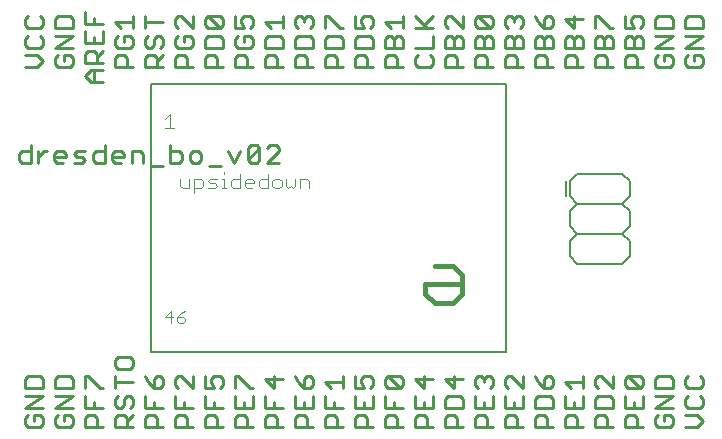
<source format=gbr>
G75*
G70*
%OFA0B0*%
%FSLAX24Y24*%
%IPPOS*%
%LPD*%
%AMOC8*
5,1,8,0,0,1.08239X$1,22.5*
%
%ADD10C,0.0110*%
%ADD11C,0.0080*%
%ADD12C,0.0050*%
%ADD13C,0.0040*%
%ADD14C,0.0030*%
%ADD15C,0.0160*%
D10*
X001054Y001656D02*
X001447Y001656D01*
X001546Y001754D01*
X001546Y001951D01*
X001447Y002049D01*
X001251Y002049D01*
X001251Y001853D01*
X001054Y002049D02*
X000955Y001951D01*
X000955Y001754D01*
X001054Y001656D01*
X001955Y001754D02*
X002054Y001656D01*
X002447Y001656D01*
X002546Y001754D01*
X002546Y001951D01*
X002447Y002049D01*
X002251Y002049D01*
X002251Y001853D01*
X002054Y002049D02*
X001955Y001951D01*
X001955Y001754D01*
X001955Y002300D02*
X002546Y002694D01*
X001955Y002694D01*
X001546Y002694D02*
X000955Y002694D01*
X000955Y002945D02*
X000955Y003240D01*
X001054Y003339D01*
X001447Y003339D01*
X001546Y003240D01*
X001546Y002945D01*
X000955Y002945D01*
X001546Y002694D02*
X000955Y002300D01*
X001546Y002300D01*
X001955Y002300D02*
X002546Y002300D01*
X002955Y002300D02*
X002955Y002694D01*
X003251Y002497D02*
X003251Y002300D01*
X003546Y002300D02*
X002955Y002300D01*
X003054Y002049D02*
X003251Y002049D01*
X003349Y001951D01*
X003349Y001656D01*
X003546Y001656D02*
X002955Y001656D01*
X002955Y001951D01*
X003054Y002049D01*
X003955Y001951D02*
X003955Y001656D01*
X004546Y001656D01*
X004349Y001656D02*
X004349Y001951D01*
X004251Y002049D01*
X004054Y002049D01*
X003955Y001951D01*
X004349Y001853D02*
X004546Y002049D01*
X004447Y002300D02*
X004546Y002399D01*
X004546Y002596D01*
X004447Y002694D01*
X004349Y002694D01*
X004251Y002596D01*
X004251Y002399D01*
X004152Y002300D01*
X004054Y002300D01*
X003955Y002399D01*
X003955Y002596D01*
X004054Y002694D01*
X003955Y002945D02*
X003955Y003339D01*
X003955Y003142D02*
X004546Y003142D01*
X004955Y003339D02*
X005054Y003142D01*
X005251Y002945D01*
X005251Y003240D01*
X005349Y003339D01*
X005447Y003339D01*
X005546Y003240D01*
X005546Y003043D01*
X005447Y002945D01*
X005251Y002945D01*
X004955Y002694D02*
X004955Y002300D01*
X005546Y002300D01*
X005251Y002300D02*
X005251Y002497D01*
X005251Y002049D02*
X005054Y002049D01*
X004955Y001951D01*
X004955Y001656D01*
X005546Y001656D01*
X005349Y001656D02*
X005349Y001951D01*
X005251Y002049D01*
X005955Y001951D02*
X005955Y001656D01*
X006546Y001656D01*
X006349Y001656D02*
X006349Y001951D01*
X006251Y002049D01*
X006054Y002049D01*
X005955Y001951D01*
X005955Y002300D02*
X005955Y002694D01*
X006251Y002497D02*
X006251Y002300D01*
X006546Y002300D02*
X005955Y002300D01*
X006054Y002945D02*
X005955Y003043D01*
X005955Y003240D01*
X006054Y003339D01*
X006152Y003339D01*
X006546Y002945D01*
X006546Y003339D01*
X006955Y003339D02*
X006955Y002945D01*
X007251Y002945D01*
X007152Y003142D01*
X007152Y003240D01*
X007251Y003339D01*
X007447Y003339D01*
X007546Y003240D01*
X007546Y003043D01*
X007447Y002945D01*
X007955Y002945D02*
X007955Y003339D01*
X008054Y003339D01*
X008447Y002945D01*
X008546Y002945D01*
X008546Y002694D02*
X008546Y002300D01*
X007955Y002300D01*
X007955Y002694D01*
X008251Y002497D02*
X008251Y002300D01*
X008251Y002049D02*
X008054Y002049D01*
X007955Y001951D01*
X007955Y001656D01*
X008546Y001656D01*
X008349Y001656D02*
X008349Y001951D01*
X008251Y002049D01*
X008955Y001951D02*
X008955Y001656D01*
X009546Y001656D01*
X009349Y001656D02*
X009349Y001951D01*
X009251Y002049D01*
X009054Y002049D01*
X008955Y001951D01*
X008955Y002300D02*
X008955Y002694D01*
X009251Y002497D02*
X009251Y002300D01*
X009546Y002300D02*
X008955Y002300D01*
X009251Y002945D02*
X009251Y003339D01*
X009546Y003240D02*
X008955Y003240D01*
X009251Y002945D01*
X009955Y002694D02*
X009955Y002300D01*
X010546Y002300D01*
X010546Y002694D01*
X010251Y002497D02*
X010251Y002300D01*
X010251Y002049D02*
X010054Y002049D01*
X009955Y001951D01*
X009955Y001656D01*
X010546Y001656D01*
X010349Y001656D02*
X010349Y001951D01*
X010251Y002049D01*
X010955Y001951D02*
X010955Y001656D01*
X011546Y001656D01*
X011349Y001656D02*
X011349Y001951D01*
X011251Y002049D01*
X011054Y002049D01*
X010955Y001951D01*
X010955Y002300D02*
X010955Y002694D01*
X011251Y002497D02*
X011251Y002300D01*
X011546Y002300D02*
X010955Y002300D01*
X011152Y002945D02*
X010955Y003142D01*
X011546Y003142D01*
X011546Y002945D02*
X011546Y003339D01*
X011955Y003339D02*
X011955Y002945D01*
X012251Y002945D01*
X012152Y003142D01*
X012152Y003240D01*
X012251Y003339D01*
X012447Y003339D01*
X012546Y003240D01*
X012546Y003043D01*
X012447Y002945D01*
X012546Y002694D02*
X012546Y002300D01*
X011955Y002300D01*
X011955Y002694D01*
X012251Y002497D02*
X012251Y002300D01*
X012251Y002049D02*
X012349Y001951D01*
X012349Y001656D01*
X012546Y001656D02*
X011955Y001656D01*
X011955Y001951D01*
X012054Y002049D01*
X012251Y002049D01*
X012955Y001951D02*
X012955Y001656D01*
X013546Y001656D01*
X013349Y001656D02*
X013349Y001951D01*
X013251Y002049D01*
X013054Y002049D01*
X012955Y001951D01*
X012955Y002300D02*
X012955Y002694D01*
X013251Y002497D02*
X013251Y002300D01*
X013546Y002300D02*
X012955Y002300D01*
X013054Y002945D02*
X012955Y003043D01*
X012955Y003240D01*
X013054Y003339D01*
X013447Y002945D01*
X013546Y003043D01*
X013546Y003240D01*
X013447Y003339D01*
X013054Y003339D01*
X013054Y002945D02*
X013447Y002945D01*
X013955Y002694D02*
X013955Y002300D01*
X014546Y002300D01*
X014546Y002694D01*
X014955Y002596D02*
X014955Y002300D01*
X015546Y002300D01*
X015546Y002596D01*
X015447Y002694D01*
X015054Y002694D01*
X014955Y002596D01*
X015251Y002945D02*
X015251Y003339D01*
X015546Y003240D02*
X014955Y003240D01*
X015251Y002945D01*
X015955Y003043D02*
X015955Y003240D01*
X016054Y003339D01*
X016152Y003339D01*
X016251Y003240D01*
X016349Y003339D01*
X016447Y003339D01*
X016546Y003240D01*
X016546Y003043D01*
X016447Y002945D01*
X016251Y003142D02*
X016251Y003240D01*
X016054Y002945D02*
X015955Y003043D01*
X015955Y002694D02*
X015955Y002300D01*
X016546Y002300D01*
X016546Y002694D01*
X016251Y002497D02*
X016251Y002300D01*
X016251Y002049D02*
X016054Y002049D01*
X015955Y001951D01*
X015955Y001656D01*
X016546Y001656D01*
X016349Y001656D02*
X016349Y001951D01*
X016251Y002049D01*
X016955Y001951D02*
X016955Y001656D01*
X017546Y001656D01*
X017349Y001656D02*
X017349Y001951D01*
X017251Y002049D01*
X017054Y002049D01*
X016955Y001951D01*
X016955Y002300D02*
X017546Y002300D01*
X017546Y002694D01*
X017251Y002497D02*
X017251Y002300D01*
X016955Y002300D02*
X016955Y002694D01*
X017054Y002945D02*
X016955Y003043D01*
X016955Y003240D01*
X017054Y003339D01*
X017152Y003339D01*
X017546Y002945D01*
X017546Y003339D01*
X017955Y003339D02*
X018054Y003142D01*
X018251Y002945D01*
X018251Y003240D01*
X018349Y003339D01*
X018447Y003339D01*
X018546Y003240D01*
X018546Y003043D01*
X018447Y002945D01*
X018251Y002945D01*
X018447Y002694D02*
X018054Y002694D01*
X017955Y002596D01*
X017955Y002300D01*
X018546Y002300D01*
X018546Y002596D01*
X018447Y002694D01*
X018955Y002694D02*
X018955Y002300D01*
X019546Y002300D01*
X019546Y002694D01*
X019251Y002497D02*
X019251Y002300D01*
X019251Y002049D02*
X019054Y002049D01*
X018955Y001951D01*
X018955Y001656D01*
X019546Y001656D01*
X019349Y001656D02*
X019349Y001951D01*
X019251Y002049D01*
X019955Y001951D02*
X019955Y001656D01*
X020546Y001656D01*
X020349Y001656D02*
X020349Y001951D01*
X020251Y002049D01*
X020054Y002049D01*
X019955Y001951D01*
X019955Y002300D02*
X019955Y002596D01*
X020054Y002694D01*
X020447Y002694D01*
X020546Y002596D01*
X020546Y002300D01*
X019955Y002300D01*
X020054Y002945D02*
X019955Y003043D01*
X019955Y003240D01*
X020054Y003339D01*
X020152Y003339D01*
X020546Y002945D01*
X020546Y003339D01*
X020955Y003240D02*
X020955Y003043D01*
X021054Y002945D01*
X021447Y002945D01*
X021054Y003339D01*
X021447Y003339D01*
X021546Y003240D01*
X021546Y003043D01*
X021447Y002945D01*
X021546Y002694D02*
X021546Y002300D01*
X020955Y002300D01*
X020955Y002694D01*
X021251Y002497D02*
X021251Y002300D01*
X021251Y002049D02*
X021054Y002049D01*
X020955Y001951D01*
X020955Y001656D01*
X021546Y001656D01*
X021349Y001656D02*
X021349Y001951D01*
X021251Y002049D01*
X021955Y001951D02*
X021955Y001754D01*
X022054Y001656D01*
X022447Y001656D01*
X022546Y001754D01*
X022546Y001951D01*
X022447Y002049D01*
X022251Y002049D01*
X022251Y001853D01*
X022054Y002049D02*
X021955Y001951D01*
X021955Y002300D02*
X022546Y002694D01*
X021955Y002694D01*
X021955Y002945D02*
X021955Y003240D01*
X022054Y003339D01*
X022447Y003339D01*
X022546Y003240D01*
X022546Y002945D01*
X021955Y002945D01*
X021955Y002300D02*
X022546Y002300D01*
X022955Y002399D02*
X022955Y002596D01*
X023054Y002694D01*
X023054Y002945D02*
X023447Y002945D01*
X023546Y003043D01*
X023546Y003240D01*
X023447Y003339D01*
X023054Y003339D02*
X022955Y003240D01*
X022955Y003043D01*
X023054Y002945D01*
X023447Y002694D02*
X023546Y002596D01*
X023546Y002399D01*
X023447Y002300D01*
X023054Y002300D01*
X022955Y002399D01*
X022955Y002049D02*
X023349Y002049D01*
X023546Y001853D01*
X023349Y001656D01*
X022955Y001656D01*
X021054Y003339D02*
X020955Y003240D01*
X019546Y003339D02*
X019546Y002945D01*
X019546Y003142D02*
X018955Y003142D01*
X019152Y002945D01*
X018251Y002049D02*
X018054Y002049D01*
X017955Y001951D01*
X017955Y001656D01*
X018546Y001656D01*
X018349Y001656D02*
X018349Y001951D01*
X018251Y002049D01*
X015546Y001656D02*
X014955Y001656D01*
X014955Y001951D01*
X015054Y002049D01*
X015251Y002049D01*
X015349Y001951D01*
X015349Y001656D01*
X014546Y001656D02*
X013955Y001656D01*
X013955Y001951D01*
X014054Y002049D01*
X014251Y002049D01*
X014349Y001951D01*
X014349Y001656D01*
X014251Y002300D02*
X014251Y002497D01*
X014251Y002945D02*
X014251Y003339D01*
X014546Y003240D02*
X013955Y003240D01*
X014251Y002945D01*
X010546Y003043D02*
X010546Y003240D01*
X010447Y003339D01*
X010349Y003339D01*
X010251Y003240D01*
X010251Y002945D01*
X010447Y002945D01*
X010546Y003043D01*
X010251Y002945D02*
X010054Y003142D01*
X009955Y003339D01*
X007546Y002300D02*
X006955Y002300D01*
X006955Y002694D01*
X007251Y002497D02*
X007251Y002300D01*
X007251Y002049D02*
X007054Y002049D01*
X006955Y001951D01*
X006955Y001656D01*
X007546Y001656D01*
X007349Y001656D02*
X007349Y001951D01*
X007251Y002049D01*
X004546Y003688D02*
X004546Y003885D01*
X004447Y003983D01*
X004054Y003983D01*
X003955Y003885D01*
X003955Y003688D01*
X004054Y003589D01*
X004447Y003589D01*
X004546Y003688D01*
X003546Y002945D02*
X003447Y002945D01*
X003054Y003339D01*
X002955Y003339D01*
X002955Y002945D01*
X002546Y002945D02*
X002546Y003240D01*
X002447Y003339D01*
X002054Y003339D01*
X001955Y003240D01*
X001955Y002945D01*
X002546Y002945D01*
X002566Y010456D02*
X002861Y010456D01*
X002959Y010554D01*
X002861Y010653D01*
X002664Y010653D01*
X002566Y010751D01*
X002664Y010849D01*
X002959Y010849D01*
X003210Y010751D02*
X003309Y010849D01*
X003604Y010849D01*
X003604Y011046D02*
X003604Y010456D01*
X003309Y010456D01*
X003210Y010554D01*
X003210Y010751D01*
X003855Y010751D02*
X003855Y010554D01*
X003953Y010456D01*
X004150Y010456D01*
X004248Y010653D02*
X003855Y010653D01*
X003855Y010751D02*
X003953Y010849D01*
X004150Y010849D01*
X004248Y010751D01*
X004248Y010653D01*
X004499Y010849D02*
X004499Y010456D01*
X004893Y010456D02*
X004893Y010751D01*
X004794Y010849D01*
X004499Y010849D01*
X005144Y010357D02*
X005537Y010357D01*
X005788Y010456D02*
X006084Y010456D01*
X006182Y010554D01*
X006182Y010751D01*
X006084Y010849D01*
X005788Y010849D01*
X005788Y011046D02*
X005788Y010456D01*
X006433Y010554D02*
X006531Y010456D01*
X006728Y010456D01*
X006826Y010554D01*
X006826Y010751D01*
X006728Y010849D01*
X006531Y010849D01*
X006433Y010751D01*
X006433Y010554D01*
X007077Y010357D02*
X007471Y010357D01*
X007919Y010456D02*
X008116Y010849D01*
X008366Y010948D02*
X008465Y011046D01*
X008662Y011046D01*
X008760Y010948D01*
X008366Y010554D01*
X008465Y010456D01*
X008662Y010456D01*
X008760Y010554D01*
X008760Y010948D01*
X009011Y010948D02*
X009109Y011046D01*
X009306Y011046D01*
X009405Y010948D01*
X009405Y010849D01*
X009011Y010456D01*
X009405Y010456D01*
X008366Y010554D02*
X008366Y010948D01*
X007722Y010849D02*
X007919Y010456D01*
X003546Y013156D02*
X003152Y013156D01*
X002955Y013353D01*
X003152Y013549D01*
X003546Y013549D01*
X003251Y013549D02*
X003251Y013156D01*
X003955Y013656D02*
X003955Y013951D01*
X004054Y014049D01*
X004251Y014049D01*
X004349Y013951D01*
X004349Y013656D01*
X004546Y013656D02*
X003955Y013656D01*
X003546Y013800D02*
X002955Y013800D01*
X002955Y014096D01*
X003054Y014194D01*
X003251Y014194D01*
X003349Y014096D01*
X003349Y013800D01*
X003349Y013997D02*
X003546Y014194D01*
X003546Y014445D02*
X003546Y014839D01*
X003546Y015089D02*
X002955Y015089D01*
X002955Y015483D01*
X003251Y015286D02*
X003251Y015089D01*
X002955Y014839D02*
X002955Y014445D01*
X003546Y014445D01*
X003251Y014445D02*
X003251Y014642D01*
X003955Y014596D02*
X003955Y014399D01*
X004054Y014300D01*
X004447Y014300D01*
X004546Y014399D01*
X004546Y014596D01*
X004447Y014694D01*
X004251Y014694D01*
X004251Y014497D01*
X004054Y014694D02*
X003955Y014596D01*
X004152Y014945D02*
X003955Y015142D01*
X004546Y015142D01*
X004546Y014945D02*
X004546Y015339D01*
X004955Y015339D02*
X004955Y014945D01*
X005054Y014694D02*
X004955Y014596D01*
X004955Y014399D01*
X005054Y014300D01*
X005152Y014300D01*
X005251Y014399D01*
X005251Y014596D01*
X005349Y014694D01*
X005447Y014694D01*
X005546Y014596D01*
X005546Y014399D01*
X005447Y014300D01*
X005546Y014049D02*
X005349Y013853D01*
X005349Y013951D02*
X005349Y013656D01*
X005546Y013656D02*
X004955Y013656D01*
X004955Y013951D01*
X005054Y014049D01*
X005251Y014049D01*
X005349Y013951D01*
X005955Y013951D02*
X005955Y013656D01*
X006546Y013656D01*
X006349Y013656D02*
X006349Y013951D01*
X006251Y014049D01*
X006054Y014049D01*
X005955Y013951D01*
X006054Y014300D02*
X006447Y014300D01*
X006546Y014399D01*
X006546Y014596D01*
X006447Y014694D01*
X006251Y014694D01*
X006251Y014497D01*
X006054Y014300D02*
X005955Y014399D01*
X005955Y014596D01*
X006054Y014694D01*
X006054Y014945D02*
X005955Y015043D01*
X005955Y015240D01*
X006054Y015339D01*
X006152Y015339D01*
X006546Y014945D01*
X006546Y015339D01*
X006955Y015240D02*
X006955Y015043D01*
X007054Y014945D01*
X007447Y014945D01*
X007054Y015339D01*
X007447Y015339D01*
X007546Y015240D01*
X007546Y015043D01*
X007447Y014945D01*
X007447Y014694D02*
X007054Y014694D01*
X006955Y014596D01*
X006955Y014300D01*
X007546Y014300D01*
X007546Y014596D01*
X007447Y014694D01*
X007955Y014596D02*
X007955Y014399D01*
X008054Y014300D01*
X008447Y014300D01*
X008546Y014399D01*
X008546Y014596D01*
X008447Y014694D01*
X008251Y014694D01*
X008251Y014497D01*
X008054Y014694D02*
X007955Y014596D01*
X007955Y014945D02*
X008251Y014945D01*
X008152Y015142D01*
X008152Y015240D01*
X008251Y015339D01*
X008447Y015339D01*
X008546Y015240D01*
X008546Y015043D01*
X008447Y014945D01*
X007955Y014945D02*
X007955Y015339D01*
X007054Y015339D02*
X006955Y015240D01*
X005546Y015142D02*
X004955Y015142D01*
X006955Y013951D02*
X007054Y014049D01*
X007251Y014049D01*
X007349Y013951D01*
X007349Y013656D01*
X007546Y013656D02*
X006955Y013656D01*
X006955Y013951D01*
X007955Y013951D02*
X007955Y013656D01*
X008546Y013656D01*
X008349Y013656D02*
X008349Y013951D01*
X008251Y014049D01*
X008054Y014049D01*
X007955Y013951D01*
X008955Y013951D02*
X008955Y013656D01*
X009546Y013656D01*
X009349Y013656D02*
X009349Y013951D01*
X009251Y014049D01*
X009054Y014049D01*
X008955Y013951D01*
X008955Y014300D02*
X008955Y014596D01*
X009054Y014694D01*
X009447Y014694D01*
X009546Y014596D01*
X009546Y014300D01*
X008955Y014300D01*
X009152Y014945D02*
X008955Y015142D01*
X009546Y015142D01*
X009546Y014945D02*
X009546Y015339D01*
X009955Y015240D02*
X009955Y015043D01*
X010054Y014945D01*
X010054Y014694D02*
X009955Y014596D01*
X009955Y014300D01*
X010546Y014300D01*
X010546Y014596D01*
X010447Y014694D01*
X010054Y014694D01*
X010447Y014945D02*
X010546Y015043D01*
X010546Y015240D01*
X010447Y015339D01*
X010349Y015339D01*
X010251Y015240D01*
X010251Y015142D01*
X010251Y015240D02*
X010152Y015339D01*
X010054Y015339D01*
X009955Y015240D01*
X010955Y015339D02*
X010955Y014945D01*
X011054Y014694D02*
X010955Y014596D01*
X010955Y014300D01*
X011546Y014300D01*
X011546Y014596D01*
X011447Y014694D01*
X011054Y014694D01*
X011447Y014945D02*
X011546Y014945D01*
X011447Y014945D02*
X011054Y015339D01*
X010955Y015339D01*
X011955Y015339D02*
X011955Y014945D01*
X012251Y014945D01*
X012152Y015142D01*
X012152Y015240D01*
X012251Y015339D01*
X012447Y015339D01*
X012546Y015240D01*
X012546Y015043D01*
X012447Y014945D01*
X012447Y014694D02*
X012054Y014694D01*
X011955Y014596D01*
X011955Y014300D01*
X012546Y014300D01*
X012546Y014596D01*
X012447Y014694D01*
X012955Y014596D02*
X012955Y014300D01*
X013546Y014300D01*
X013546Y014596D01*
X013447Y014694D01*
X013349Y014694D01*
X013251Y014596D01*
X013251Y014300D01*
X013251Y014596D02*
X013152Y014694D01*
X013054Y014694D01*
X012955Y014596D01*
X013152Y014945D02*
X012955Y015142D01*
X013546Y015142D01*
X013546Y014945D02*
X013546Y015339D01*
X013955Y015339D02*
X014349Y014945D01*
X014251Y015043D02*
X014546Y015339D01*
X014955Y015240D02*
X014955Y015043D01*
X015054Y014945D01*
X015054Y014694D02*
X015152Y014694D01*
X015251Y014596D01*
X015251Y014300D01*
X015546Y014300D02*
X015546Y014596D01*
X015447Y014694D01*
X015349Y014694D01*
X015251Y014596D01*
X015054Y014694D02*
X014955Y014596D01*
X014955Y014300D01*
X015546Y014300D01*
X015955Y014300D02*
X015955Y014596D01*
X016054Y014694D01*
X016152Y014694D01*
X016251Y014596D01*
X016251Y014300D01*
X016546Y014300D02*
X016546Y014596D01*
X016447Y014694D01*
X016349Y014694D01*
X016251Y014596D01*
X016546Y014300D02*
X015955Y014300D01*
X016054Y014049D02*
X015955Y013951D01*
X015955Y013656D01*
X016546Y013656D01*
X016349Y013656D02*
X016349Y013951D01*
X016251Y014049D01*
X016054Y014049D01*
X015546Y013656D02*
X014955Y013656D01*
X014955Y013951D01*
X015054Y014049D01*
X015251Y014049D01*
X015349Y013951D01*
X015349Y013656D01*
X014546Y013754D02*
X014546Y013951D01*
X014447Y014049D01*
X014054Y014049D02*
X013955Y013951D01*
X013955Y013754D01*
X014054Y013656D01*
X014447Y013656D01*
X014546Y013754D01*
X014546Y014300D02*
X013955Y014300D01*
X013349Y013951D02*
X013349Y013656D01*
X013546Y013656D02*
X012955Y013656D01*
X012955Y013951D01*
X013054Y014049D01*
X013251Y014049D01*
X013349Y013951D01*
X012546Y013656D02*
X011955Y013656D01*
X011955Y013951D01*
X012054Y014049D01*
X012251Y014049D01*
X012349Y013951D01*
X012349Y013656D01*
X011546Y013656D02*
X010955Y013656D01*
X010955Y013951D01*
X011054Y014049D01*
X011251Y014049D01*
X011349Y013951D01*
X011349Y013656D01*
X010546Y013656D02*
X009955Y013656D01*
X009955Y013951D01*
X010054Y014049D01*
X010251Y014049D01*
X010349Y013951D01*
X010349Y013656D01*
X013955Y014945D02*
X014546Y014945D01*
X014546Y014694D02*
X014546Y014300D01*
X015546Y014945D02*
X015152Y015339D01*
X015054Y015339D01*
X014955Y015240D01*
X015546Y015339D02*
X015546Y014945D01*
X015955Y015043D02*
X015955Y015240D01*
X016054Y015339D01*
X016447Y014945D01*
X016546Y015043D01*
X016546Y015240D01*
X016447Y015339D01*
X016054Y015339D01*
X015955Y015043D02*
X016054Y014945D01*
X016447Y014945D01*
X016955Y015043D02*
X017054Y014945D01*
X016955Y015043D02*
X016955Y015240D01*
X017054Y015339D01*
X017152Y015339D01*
X017251Y015240D01*
X017349Y015339D01*
X017447Y015339D01*
X017546Y015240D01*
X017546Y015043D01*
X017447Y014945D01*
X017447Y014694D02*
X017349Y014694D01*
X017251Y014596D01*
X017251Y014300D01*
X017546Y014300D02*
X017546Y014596D01*
X017447Y014694D01*
X017251Y014596D02*
X017152Y014694D01*
X017054Y014694D01*
X016955Y014596D01*
X016955Y014300D01*
X017546Y014300D01*
X017251Y014049D02*
X017054Y014049D01*
X016955Y013951D01*
X016955Y013656D01*
X017546Y013656D01*
X017349Y013656D02*
X017349Y013951D01*
X017251Y014049D01*
X017955Y013951D02*
X017955Y013656D01*
X018546Y013656D01*
X018349Y013656D02*
X018349Y013951D01*
X018251Y014049D01*
X018054Y014049D01*
X017955Y013951D01*
X017955Y014300D02*
X017955Y014596D01*
X018054Y014694D01*
X018152Y014694D01*
X018251Y014596D01*
X018251Y014300D01*
X018546Y014300D02*
X018546Y014596D01*
X018447Y014694D01*
X018349Y014694D01*
X018251Y014596D01*
X018546Y014300D02*
X017955Y014300D01*
X018251Y014945D02*
X018251Y015240D01*
X018349Y015339D01*
X018447Y015339D01*
X018546Y015240D01*
X018546Y015043D01*
X018447Y014945D01*
X018251Y014945D01*
X018054Y015142D01*
X017955Y015339D01*
X017251Y015240D02*
X017251Y015142D01*
X018955Y015240D02*
X019251Y014945D01*
X019251Y015339D01*
X019546Y015240D02*
X018955Y015240D01*
X019054Y014694D02*
X019152Y014694D01*
X019251Y014596D01*
X019251Y014300D01*
X019546Y014300D02*
X019546Y014596D01*
X019447Y014694D01*
X019349Y014694D01*
X019251Y014596D01*
X019054Y014694D02*
X018955Y014596D01*
X018955Y014300D01*
X019546Y014300D01*
X019251Y014049D02*
X019054Y014049D01*
X018955Y013951D01*
X018955Y013656D01*
X019546Y013656D01*
X019349Y013656D02*
X019349Y013951D01*
X019251Y014049D01*
X019955Y013951D02*
X019955Y013656D01*
X020546Y013656D01*
X020349Y013656D02*
X020349Y013951D01*
X020251Y014049D01*
X020054Y014049D01*
X019955Y013951D01*
X019955Y014300D02*
X019955Y014596D01*
X020054Y014694D01*
X020152Y014694D01*
X020251Y014596D01*
X020251Y014300D01*
X020546Y014300D02*
X020546Y014596D01*
X020447Y014694D01*
X020349Y014694D01*
X020251Y014596D01*
X020546Y014300D02*
X019955Y014300D01*
X019955Y014945D02*
X019955Y015339D01*
X020054Y015339D01*
X020447Y014945D01*
X020546Y014945D01*
X020955Y014945D02*
X021251Y014945D01*
X021152Y015142D01*
X021152Y015240D01*
X021251Y015339D01*
X021447Y015339D01*
X021546Y015240D01*
X021546Y015043D01*
X021447Y014945D01*
X021447Y014694D02*
X021349Y014694D01*
X021251Y014596D01*
X021251Y014300D01*
X021546Y014300D02*
X021546Y014596D01*
X021447Y014694D01*
X021251Y014596D02*
X021152Y014694D01*
X021054Y014694D01*
X020955Y014596D01*
X020955Y014300D01*
X021546Y014300D01*
X021251Y014049D02*
X021054Y014049D01*
X020955Y013951D01*
X020955Y013656D01*
X021546Y013656D01*
X021349Y013656D02*
X021349Y013951D01*
X021251Y014049D01*
X021955Y013951D02*
X021955Y013754D01*
X022054Y013656D01*
X022447Y013656D01*
X022546Y013754D01*
X022546Y013951D01*
X022447Y014049D01*
X022251Y014049D01*
X022251Y013853D01*
X022054Y014049D02*
X021955Y013951D01*
X021955Y014300D02*
X022546Y014694D01*
X021955Y014694D01*
X021955Y014945D02*
X021955Y015240D01*
X022054Y015339D01*
X022447Y015339D01*
X022546Y015240D01*
X022546Y014945D01*
X021955Y014945D01*
X021955Y014300D02*
X022546Y014300D01*
X022955Y014300D02*
X023546Y014694D01*
X022955Y014694D01*
X022955Y014945D02*
X022955Y015240D01*
X023054Y015339D01*
X023447Y015339D01*
X023546Y015240D01*
X023546Y014945D01*
X022955Y014945D01*
X022955Y014300D02*
X023546Y014300D01*
X023447Y014049D02*
X023251Y014049D01*
X023251Y013853D01*
X023447Y014049D02*
X023546Y013951D01*
X023546Y013754D01*
X023447Y013656D01*
X023054Y013656D01*
X022955Y013754D01*
X022955Y013951D01*
X023054Y014049D01*
X020955Y014945D02*
X020955Y015339D01*
X002546Y015240D02*
X002546Y014945D01*
X001955Y014945D01*
X001955Y015240D01*
X002054Y015339D01*
X002447Y015339D01*
X002546Y015240D01*
X002546Y014694D02*
X001955Y014694D01*
X001546Y014596D02*
X001447Y014694D01*
X001546Y014596D02*
X001546Y014399D01*
X001447Y014300D01*
X001054Y014300D01*
X000955Y014399D01*
X000955Y014596D01*
X001054Y014694D01*
X001054Y014945D02*
X001447Y014945D01*
X001546Y015043D01*
X001546Y015240D01*
X001447Y015339D01*
X001054Y015339D02*
X000955Y015240D01*
X000955Y015043D01*
X001054Y014945D01*
X001955Y014300D02*
X002546Y014694D01*
X002546Y014300D02*
X001955Y014300D01*
X002054Y014049D02*
X001955Y013951D01*
X001955Y013754D01*
X002054Y013656D01*
X002447Y013656D01*
X002546Y013754D01*
X002546Y013951D01*
X002447Y014049D01*
X002251Y014049D01*
X002251Y013853D01*
X001546Y013853D02*
X001349Y014049D01*
X000955Y014049D01*
X000955Y013656D02*
X001349Y013656D01*
X001546Y013853D01*
X001133Y011046D02*
X001133Y010456D01*
X000838Y010456D01*
X000740Y010554D01*
X000740Y010751D01*
X000838Y010849D01*
X001133Y010849D01*
X001384Y010849D02*
X001384Y010456D01*
X001384Y010653D02*
X001581Y010849D01*
X001679Y010849D01*
X001921Y010751D02*
X002020Y010849D01*
X002216Y010849D01*
X002315Y010751D01*
X002315Y010653D01*
X001921Y010653D01*
X001921Y010751D02*
X001921Y010554D01*
X002020Y010456D01*
X002216Y010456D01*
D11*
X018969Y009851D02*
X018969Y009351D01*
X019101Y009351D02*
X019101Y009851D01*
X019351Y010101D01*
X020851Y010101D01*
X021101Y009851D01*
X021101Y009351D01*
X020851Y009101D01*
X019351Y009101D01*
X019101Y008851D01*
X019101Y008351D01*
X019351Y008101D01*
X020851Y008101D01*
X021101Y007851D01*
X021101Y007351D01*
X020851Y007101D01*
X019351Y007101D01*
X019101Y007351D01*
X019101Y007851D01*
X019351Y008101D01*
X019351Y009101D02*
X019101Y009351D01*
X020851Y009101D02*
X021101Y008851D01*
X021101Y008351D01*
X020851Y008101D01*
D12*
X016963Y004148D02*
X005152Y004148D01*
X005152Y013085D01*
X016963Y013085D01*
X016963Y004148D01*
D13*
X010417Y009621D02*
X010417Y009851D01*
X010341Y009928D01*
X010111Y009928D01*
X010111Y009621D01*
X009957Y009697D02*
X009957Y009928D01*
X009957Y009697D02*
X009880Y009621D01*
X009804Y009697D01*
X009727Y009621D01*
X009650Y009697D01*
X009650Y009928D01*
X009497Y009851D02*
X009497Y009697D01*
X009420Y009621D01*
X009266Y009621D01*
X009190Y009697D01*
X009190Y009851D01*
X009266Y009928D01*
X009420Y009928D01*
X009497Y009851D01*
X009036Y009928D02*
X008806Y009928D01*
X008729Y009851D01*
X008729Y009697D01*
X008806Y009621D01*
X009036Y009621D01*
X009036Y010081D01*
X008576Y009851D02*
X008576Y009774D01*
X008269Y009774D01*
X008269Y009697D02*
X008269Y009851D01*
X008346Y009928D01*
X008499Y009928D01*
X008576Y009851D01*
X008346Y009621D02*
X008269Y009697D01*
X008346Y009621D02*
X008499Y009621D01*
X008116Y009621D02*
X007885Y009621D01*
X007809Y009697D01*
X007809Y009851D01*
X007885Y009928D01*
X008116Y009928D01*
X008116Y010081D02*
X008116Y009621D01*
X007655Y009621D02*
X007502Y009621D01*
X007579Y009621D02*
X007579Y009928D01*
X007502Y009928D01*
X007348Y009928D02*
X007118Y009928D01*
X007041Y009851D01*
X007118Y009774D01*
X007272Y009774D01*
X007348Y009697D01*
X007272Y009621D01*
X007041Y009621D01*
X006888Y009697D02*
X006811Y009621D01*
X006581Y009621D01*
X006428Y009621D02*
X006428Y009928D01*
X006581Y009928D02*
X006811Y009928D01*
X006888Y009851D01*
X006888Y009697D01*
X006581Y009467D02*
X006581Y009928D01*
X006428Y009621D02*
X006197Y009621D01*
X006121Y009697D01*
X006121Y009928D01*
X007579Y010081D02*
X007579Y010158D01*
X005928Y011621D02*
X005621Y011621D01*
X005774Y011621D02*
X005774Y012081D01*
X005621Y011928D01*
D14*
X005819Y005522D02*
X005616Y005319D01*
X005886Y005319D01*
X006017Y005319D02*
X006220Y005319D01*
X006287Y005251D01*
X006287Y005183D01*
X006220Y005116D01*
X006084Y005116D01*
X006017Y005183D01*
X006017Y005319D01*
X006152Y005454D01*
X006287Y005522D01*
X005819Y005522D02*
X005819Y005116D01*
D15*
X014293Y006100D02*
X014293Y006407D01*
X015521Y006407D01*
X015521Y006714D02*
X015521Y006100D01*
X015214Y005793D01*
X014600Y005793D01*
X014293Y006100D01*
X014600Y007021D02*
X015214Y007021D01*
X015521Y006714D01*
M02*

</source>
